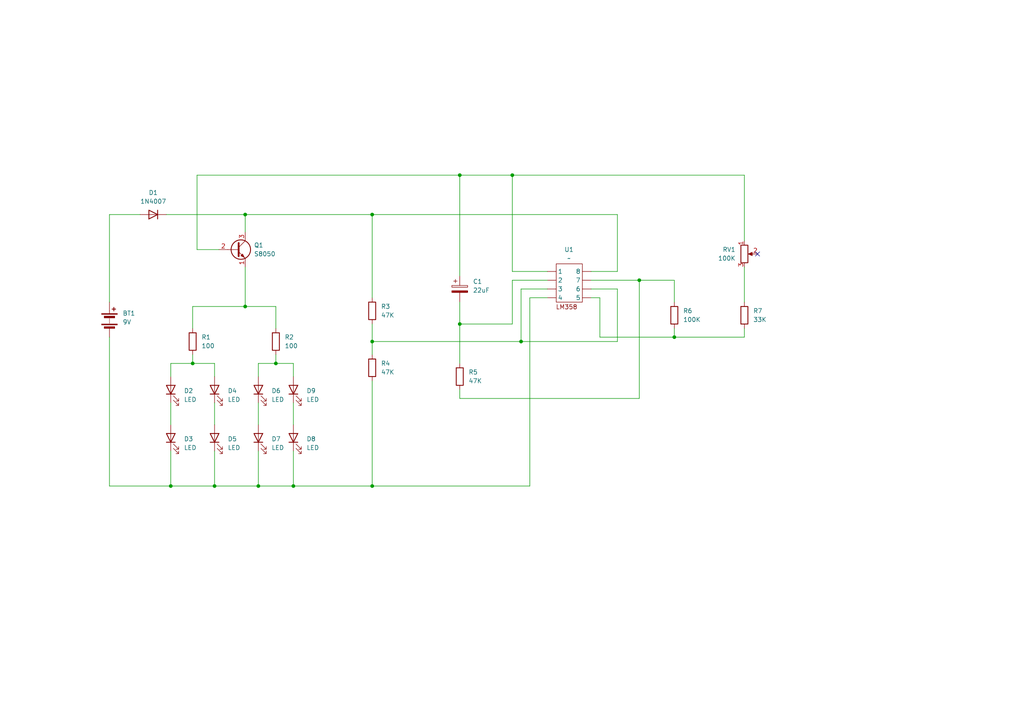
<source format=kicad_sch>
(kicad_sch
	(version 20250114)
	(generator "eeschema")
	(generator_version "9.0")
	(uuid "70b980e7-f830-4a39-90da-4196e923fb97")
	(paper "A4")
	(lib_symbols
		(symbol "Device:Battery"
			(pin_numbers
				(hide yes)
			)
			(pin_names
				(offset 0)
				(hide yes)
			)
			(exclude_from_sim no)
			(in_bom yes)
			(on_board yes)
			(property "Reference" "BT"
				(at 2.54 2.54 0)
				(effects
					(font
						(size 1.27 1.27)
					)
					(justify left)
				)
			)
			(property "Value" "Battery"
				(at 2.54 0 0)
				(effects
					(font
						(size 1.27 1.27)
					)
					(justify left)
				)
			)
			(property "Footprint" ""
				(at 0 1.524 90)
				(effects
					(font
						(size 1.27 1.27)
					)
					(hide yes)
				)
			)
			(property "Datasheet" "~"
				(at 0 1.524 90)
				(effects
					(font
						(size 1.27 1.27)
					)
					(hide yes)
				)
			)
			(property "Description" "Multiple-cell battery"
				(at 0 0 0)
				(effects
					(font
						(size 1.27 1.27)
					)
					(hide yes)
				)
			)
			(property "ki_keywords" "batt voltage-source cell"
				(at 0 0 0)
				(effects
					(font
						(size 1.27 1.27)
					)
					(hide yes)
				)
			)
			(symbol "Battery_0_1"
				(rectangle
					(start -2.286 1.778)
					(end 2.286 1.524)
					(stroke
						(width 0)
						(type default)
					)
					(fill
						(type outline)
					)
				)
				(rectangle
					(start -2.286 -1.27)
					(end 2.286 -1.524)
					(stroke
						(width 0)
						(type default)
					)
					(fill
						(type outline)
					)
				)
				(rectangle
					(start -1.524 1.016)
					(end 1.524 0.508)
					(stroke
						(width 0)
						(type default)
					)
					(fill
						(type outline)
					)
				)
				(rectangle
					(start -1.524 -2.032)
					(end 1.524 -2.54)
					(stroke
						(width 0)
						(type default)
					)
					(fill
						(type outline)
					)
				)
				(polyline
					(pts
						(xy 0 1.778) (xy 0 2.54)
					)
					(stroke
						(width 0)
						(type default)
					)
					(fill
						(type none)
					)
				)
				(polyline
					(pts
						(xy 0 0) (xy 0 0.254)
					)
					(stroke
						(width 0)
						(type default)
					)
					(fill
						(type none)
					)
				)
				(polyline
					(pts
						(xy 0 -0.508) (xy 0 -0.254)
					)
					(stroke
						(width 0)
						(type default)
					)
					(fill
						(type none)
					)
				)
				(polyline
					(pts
						(xy 0 -1.016) (xy 0 -0.762)
					)
					(stroke
						(width 0)
						(type default)
					)
					(fill
						(type none)
					)
				)
				(polyline
					(pts
						(xy 0.762 3.048) (xy 1.778 3.048)
					)
					(stroke
						(width 0.254)
						(type default)
					)
					(fill
						(type none)
					)
				)
				(polyline
					(pts
						(xy 1.27 3.556) (xy 1.27 2.54)
					)
					(stroke
						(width 0.254)
						(type default)
					)
					(fill
						(type none)
					)
				)
			)
			(symbol "Battery_1_1"
				(pin passive line
					(at 0 5.08 270)
					(length 2.54)
					(name "+"
						(effects
							(font
								(size 1.27 1.27)
							)
						)
					)
					(number "1"
						(effects
							(font
								(size 1.27 1.27)
							)
						)
					)
				)
				(pin passive line
					(at 0 -5.08 90)
					(length 2.54)
					(name "-"
						(effects
							(font
								(size 1.27 1.27)
							)
						)
					)
					(number "2"
						(effects
							(font
								(size 1.27 1.27)
							)
						)
					)
				)
			)
			(embedded_fonts no)
		)
		(symbol "Device:C_Polarized"
			(pin_numbers
				(hide yes)
			)
			(pin_names
				(offset 0.254)
			)
			(exclude_from_sim no)
			(in_bom yes)
			(on_board yes)
			(property "Reference" "C"
				(at 0.635 2.54 0)
				(effects
					(font
						(size 1.27 1.27)
					)
					(justify left)
				)
			)
			(property "Value" "C_Polarized"
				(at 0.635 -2.54 0)
				(effects
					(font
						(size 1.27 1.27)
					)
					(justify left)
				)
			)
			(property "Footprint" ""
				(at 0.9652 -3.81 0)
				(effects
					(font
						(size 1.27 1.27)
					)
					(hide yes)
				)
			)
			(property "Datasheet" "~"
				(at 0 0 0)
				(effects
					(font
						(size 1.27 1.27)
					)
					(hide yes)
				)
			)
			(property "Description" "Polarized capacitor"
				(at 0 0 0)
				(effects
					(font
						(size 1.27 1.27)
					)
					(hide yes)
				)
			)
			(property "ki_keywords" "cap capacitor"
				(at 0 0 0)
				(effects
					(font
						(size 1.27 1.27)
					)
					(hide yes)
				)
			)
			(property "ki_fp_filters" "CP_*"
				(at 0 0 0)
				(effects
					(font
						(size 1.27 1.27)
					)
					(hide yes)
				)
			)
			(symbol "C_Polarized_0_1"
				(rectangle
					(start -2.286 0.508)
					(end 2.286 1.016)
					(stroke
						(width 0)
						(type default)
					)
					(fill
						(type none)
					)
				)
				(polyline
					(pts
						(xy -1.778 2.286) (xy -0.762 2.286)
					)
					(stroke
						(width 0)
						(type default)
					)
					(fill
						(type none)
					)
				)
				(polyline
					(pts
						(xy -1.27 2.794) (xy -1.27 1.778)
					)
					(stroke
						(width 0)
						(type default)
					)
					(fill
						(type none)
					)
				)
				(rectangle
					(start 2.286 -0.508)
					(end -2.286 -1.016)
					(stroke
						(width 0)
						(type default)
					)
					(fill
						(type outline)
					)
				)
			)
			(symbol "C_Polarized_1_1"
				(pin passive line
					(at 0 3.81 270)
					(length 2.794)
					(name "~"
						(effects
							(font
								(size 1.27 1.27)
							)
						)
					)
					(number "1"
						(effects
							(font
								(size 1.27 1.27)
							)
						)
					)
				)
				(pin passive line
					(at 0 -3.81 90)
					(length 2.794)
					(name "~"
						(effects
							(font
								(size 1.27 1.27)
							)
						)
					)
					(number "2"
						(effects
							(font
								(size 1.27 1.27)
							)
						)
					)
				)
			)
			(embedded_fonts no)
		)
		(symbol "Device:LED"
			(pin_numbers
				(hide yes)
			)
			(pin_names
				(offset 1.016)
				(hide yes)
			)
			(exclude_from_sim no)
			(in_bom yes)
			(on_board yes)
			(property "Reference" "D"
				(at 0 2.54 0)
				(effects
					(font
						(size 1.27 1.27)
					)
				)
			)
			(property "Value" "LED"
				(at 0 -2.54 0)
				(effects
					(font
						(size 1.27 1.27)
					)
				)
			)
			(property "Footprint" ""
				(at 0 0 0)
				(effects
					(font
						(size 1.27 1.27)
					)
					(hide yes)
				)
			)
			(property "Datasheet" "~"
				(at 0 0 0)
				(effects
					(font
						(size 1.27 1.27)
					)
					(hide yes)
				)
			)
			(property "Description" "Light emitting diode"
				(at 0 0 0)
				(effects
					(font
						(size 1.27 1.27)
					)
					(hide yes)
				)
			)
			(property "Sim.Pins" "1=K 2=A"
				(at 0 0 0)
				(effects
					(font
						(size 1.27 1.27)
					)
					(hide yes)
				)
			)
			(property "ki_keywords" "LED diode"
				(at 0 0 0)
				(effects
					(font
						(size 1.27 1.27)
					)
					(hide yes)
				)
			)
			(property "ki_fp_filters" "LED* LED_SMD:* LED_THT:*"
				(at 0 0 0)
				(effects
					(font
						(size 1.27 1.27)
					)
					(hide yes)
				)
			)
			(symbol "LED_0_1"
				(polyline
					(pts
						(xy -3.048 -0.762) (xy -4.572 -2.286) (xy -3.81 -2.286) (xy -4.572 -2.286) (xy -4.572 -1.524)
					)
					(stroke
						(width 0)
						(type default)
					)
					(fill
						(type none)
					)
				)
				(polyline
					(pts
						(xy -1.778 -0.762) (xy -3.302 -2.286) (xy -2.54 -2.286) (xy -3.302 -2.286) (xy -3.302 -1.524)
					)
					(stroke
						(width 0)
						(type default)
					)
					(fill
						(type none)
					)
				)
				(polyline
					(pts
						(xy -1.27 0) (xy 1.27 0)
					)
					(stroke
						(width 0)
						(type default)
					)
					(fill
						(type none)
					)
				)
				(polyline
					(pts
						(xy -1.27 -1.27) (xy -1.27 1.27)
					)
					(stroke
						(width 0.254)
						(type default)
					)
					(fill
						(type none)
					)
				)
				(polyline
					(pts
						(xy 1.27 -1.27) (xy 1.27 1.27) (xy -1.27 0) (xy 1.27 -1.27)
					)
					(stroke
						(width 0.254)
						(type default)
					)
					(fill
						(type none)
					)
				)
			)
			(symbol "LED_1_1"
				(pin passive line
					(at -3.81 0 0)
					(length 2.54)
					(name "K"
						(effects
							(font
								(size 1.27 1.27)
							)
						)
					)
					(number "1"
						(effects
							(font
								(size 1.27 1.27)
							)
						)
					)
				)
				(pin passive line
					(at 3.81 0 180)
					(length 2.54)
					(name "A"
						(effects
							(font
								(size 1.27 1.27)
							)
						)
					)
					(number "2"
						(effects
							(font
								(size 1.27 1.27)
							)
						)
					)
				)
			)
			(embedded_fonts no)
		)
		(symbol "Device:R"
			(pin_numbers
				(hide yes)
			)
			(pin_names
				(offset 0)
			)
			(exclude_from_sim no)
			(in_bom yes)
			(on_board yes)
			(property "Reference" "R"
				(at 2.032 0 90)
				(effects
					(font
						(size 1.27 1.27)
					)
				)
			)
			(property "Value" "R"
				(at 0 0 90)
				(effects
					(font
						(size 1.27 1.27)
					)
				)
			)
			(property "Footprint" ""
				(at -1.778 0 90)
				(effects
					(font
						(size 1.27 1.27)
					)
					(hide yes)
				)
			)
			(property "Datasheet" "~"
				(at 0 0 0)
				(effects
					(font
						(size 1.27 1.27)
					)
					(hide yes)
				)
			)
			(property "Description" "Resistor"
				(at 0 0 0)
				(effects
					(font
						(size 1.27 1.27)
					)
					(hide yes)
				)
			)
			(property "ki_keywords" "R res resistor"
				(at 0 0 0)
				(effects
					(font
						(size 1.27 1.27)
					)
					(hide yes)
				)
			)
			(property "ki_fp_filters" "R_*"
				(at 0 0 0)
				(effects
					(font
						(size 1.27 1.27)
					)
					(hide yes)
				)
			)
			(symbol "R_0_1"
				(rectangle
					(start -1.016 -2.54)
					(end 1.016 2.54)
					(stroke
						(width 0.254)
						(type default)
					)
					(fill
						(type none)
					)
				)
			)
			(symbol "R_1_1"
				(pin passive line
					(at 0 3.81 270)
					(length 1.27)
					(name "~"
						(effects
							(font
								(size 1.27 1.27)
							)
						)
					)
					(number "1"
						(effects
							(font
								(size 1.27 1.27)
							)
						)
					)
				)
				(pin passive line
					(at 0 -3.81 90)
					(length 1.27)
					(name "~"
						(effects
							(font
								(size 1.27 1.27)
							)
						)
					)
					(number "2"
						(effects
							(font
								(size 1.27 1.27)
							)
						)
					)
				)
			)
			(embedded_fonts no)
		)
		(symbol "Device:R_Potentiometer"
			(pin_names
				(offset 1.016)
				(hide yes)
			)
			(exclude_from_sim no)
			(in_bom yes)
			(on_board yes)
			(property "Reference" "RV"
				(at -4.445 0 90)
				(effects
					(font
						(size 1.27 1.27)
					)
				)
			)
			(property "Value" "R_Potentiometer"
				(at -2.54 0 90)
				(effects
					(font
						(size 1.27 1.27)
					)
				)
			)
			(property "Footprint" ""
				(at 0 0 0)
				(effects
					(font
						(size 1.27 1.27)
					)
					(hide yes)
				)
			)
			(property "Datasheet" "~"
				(at 0 0 0)
				(effects
					(font
						(size 1.27 1.27)
					)
					(hide yes)
				)
			)
			(property "Description" "Potentiometer"
				(at 0 0 0)
				(effects
					(font
						(size 1.27 1.27)
					)
					(hide yes)
				)
			)
			(property "ki_keywords" "resistor variable"
				(at 0 0 0)
				(effects
					(font
						(size 1.27 1.27)
					)
					(hide yes)
				)
			)
			(property "ki_fp_filters" "Potentiometer*"
				(at 0 0 0)
				(effects
					(font
						(size 1.27 1.27)
					)
					(hide yes)
				)
			)
			(symbol "R_Potentiometer_0_1"
				(rectangle
					(start 1.016 2.54)
					(end -1.016 -2.54)
					(stroke
						(width 0.254)
						(type default)
					)
					(fill
						(type none)
					)
				)
				(polyline
					(pts
						(xy 1.143 0) (xy 2.286 0.508) (xy 2.286 -0.508) (xy 1.143 0)
					)
					(stroke
						(width 0)
						(type default)
					)
					(fill
						(type outline)
					)
				)
				(polyline
					(pts
						(xy 2.54 0) (xy 1.524 0)
					)
					(stroke
						(width 0)
						(type default)
					)
					(fill
						(type none)
					)
				)
			)
			(symbol "R_Potentiometer_1_1"
				(pin passive line
					(at 0 3.81 270)
					(length 1.27)
					(name "1"
						(effects
							(font
								(size 1.27 1.27)
							)
						)
					)
					(number "1"
						(effects
							(font
								(size 1.27 1.27)
							)
						)
					)
				)
				(pin passive line
					(at 0 -3.81 90)
					(length 1.27)
					(name "3"
						(effects
							(font
								(size 1.27 1.27)
							)
						)
					)
					(number "3"
						(effects
							(font
								(size 1.27 1.27)
							)
						)
					)
				)
				(pin passive line
					(at 3.81 0 180)
					(length 1.27)
					(name "2"
						(effects
							(font
								(size 1.27 1.27)
							)
						)
					)
					(number "2"
						(effects
							(font
								(size 1.27 1.27)
							)
						)
					)
				)
			)
			(embedded_fonts no)
		)
		(symbol "Diode:1N4007"
			(pin_numbers
				(hide yes)
			)
			(pin_names
				(hide yes)
			)
			(exclude_from_sim no)
			(in_bom yes)
			(on_board yes)
			(property "Reference" "D"
				(at 0 2.54 0)
				(effects
					(font
						(size 1.27 1.27)
					)
				)
			)
			(property "Value" "1N4007"
				(at 0 -2.54 0)
				(effects
					(font
						(size 1.27 1.27)
					)
				)
			)
			(property "Footprint" "Diode_THT:D_DO-41_SOD81_P10.16mm_Horizontal"
				(at 0 -4.445 0)
				(effects
					(font
						(size 1.27 1.27)
					)
					(hide yes)
				)
			)
			(property "Datasheet" "http://www.vishay.com/docs/88503/1n4001.pdf"
				(at 0 0 0)
				(effects
					(font
						(size 1.27 1.27)
					)
					(hide yes)
				)
			)
			(property "Description" "1000V 1A General Purpose Rectifier Diode, DO-41"
				(at 0 0 0)
				(effects
					(font
						(size 1.27 1.27)
					)
					(hide yes)
				)
			)
			(property "Sim.Device" "D"
				(at 0 0 0)
				(effects
					(font
						(size 1.27 1.27)
					)
					(hide yes)
				)
			)
			(property "Sim.Pins" "1=K 2=A"
				(at 0 0 0)
				(effects
					(font
						(size 1.27 1.27)
					)
					(hide yes)
				)
			)
			(property "ki_keywords" "diode"
				(at 0 0 0)
				(effects
					(font
						(size 1.27 1.27)
					)
					(hide yes)
				)
			)
			(property "ki_fp_filters" "D*DO?41*"
				(at 0 0 0)
				(effects
					(font
						(size 1.27 1.27)
					)
					(hide yes)
				)
			)
			(symbol "1N4007_0_1"
				(polyline
					(pts
						(xy -1.27 1.27) (xy -1.27 -1.27)
					)
					(stroke
						(width 0.254)
						(type default)
					)
					(fill
						(type none)
					)
				)
				(polyline
					(pts
						(xy 1.27 1.27) (xy 1.27 -1.27) (xy -1.27 0) (xy 1.27 1.27)
					)
					(stroke
						(width 0.254)
						(type default)
					)
					(fill
						(type none)
					)
				)
				(polyline
					(pts
						(xy 1.27 0) (xy -1.27 0)
					)
					(stroke
						(width 0)
						(type default)
					)
					(fill
						(type none)
					)
				)
			)
			(symbol "1N4007_1_1"
				(pin passive line
					(at -3.81 0 0)
					(length 2.54)
					(name "K"
						(effects
							(font
								(size 1.27 1.27)
							)
						)
					)
					(number "1"
						(effects
							(font
								(size 1.27 1.27)
							)
						)
					)
				)
				(pin passive line
					(at 3.81 0 180)
					(length 2.54)
					(name "A"
						(effects
							(font
								(size 1.27 1.27)
							)
						)
					)
					(number "2"
						(effects
							(font
								(size 1.27 1.27)
							)
						)
					)
				)
			)
			(embedded_fonts no)
		)
		(symbol "Transistor_BJT:S8050"
			(pin_names
				(offset 0)
				(hide yes)
			)
			(exclude_from_sim no)
			(in_bom yes)
			(on_board yes)
			(property "Reference" "Q"
				(at 5.08 1.905 0)
				(effects
					(font
						(size 1.27 1.27)
					)
					(justify left)
				)
			)
			(property "Value" "S8050"
				(at 5.08 0 0)
				(effects
					(font
						(size 1.27 1.27)
					)
					(justify left)
				)
			)
			(property "Footprint" "Package_TO_SOT_THT:TO-92_Inline"
				(at 5.08 -1.905 0)
				(effects
					(font
						(size 1.27 1.27)
						(italic yes)
					)
					(justify left)
					(hide yes)
				)
			)
			(property "Datasheet" "http://www.unisonic.com.tw/datasheet/S8050.pdf"
				(at 0 0 0)
				(effects
					(font
						(size 1.27 1.27)
					)
					(justify left)
					(hide yes)
				)
			)
			(property "Description" "0.7A Ic, 20V Vce, Low Voltage High Current NPN Transistor, TO-92"
				(at 0 0 0)
				(effects
					(font
						(size 1.27 1.27)
					)
					(hide yes)
				)
			)
			(property "ki_keywords" "S8050 NPN Low Voltage High Current Transistor"
				(at 0 0 0)
				(effects
					(font
						(size 1.27 1.27)
					)
					(hide yes)
				)
			)
			(property "ki_fp_filters" "TO?92*"
				(at 0 0 0)
				(effects
					(font
						(size 1.27 1.27)
					)
					(hide yes)
				)
			)
			(symbol "S8050_0_1"
				(polyline
					(pts
						(xy -2.54 0) (xy 0.635 0)
					)
					(stroke
						(width 0)
						(type default)
					)
					(fill
						(type none)
					)
				)
				(polyline
					(pts
						(xy 0.635 1.905) (xy 0.635 -1.905)
					)
					(stroke
						(width 0.508)
						(type default)
					)
					(fill
						(type none)
					)
				)
				(circle
					(center 1.27 0)
					(radius 2.8194)
					(stroke
						(width 0.254)
						(type default)
					)
					(fill
						(type none)
					)
				)
			)
			(symbol "S8050_1_1"
				(polyline
					(pts
						(xy 0.635 0.635) (xy 2.54 2.54)
					)
					(stroke
						(width 0)
						(type default)
					)
					(fill
						(type none)
					)
				)
				(polyline
					(pts
						(xy 0.635 -0.635) (xy 2.54 -2.54)
					)
					(stroke
						(width 0)
						(type default)
					)
					(fill
						(type none)
					)
				)
				(polyline
					(pts
						(xy 1.27 -1.778) (xy 1.778 -1.27) (xy 2.286 -2.286) (xy 1.27 -1.778)
					)
					(stroke
						(width 0)
						(type default)
					)
					(fill
						(type outline)
					)
				)
				(pin input line
					(at -5.08 0 0)
					(length 2.54)
					(name "B"
						(effects
							(font
								(size 1.27 1.27)
							)
						)
					)
					(number "2"
						(effects
							(font
								(size 1.27 1.27)
							)
						)
					)
				)
				(pin passive line
					(at 2.54 5.08 270)
					(length 2.54)
					(name "C"
						(effects
							(font
								(size 1.27 1.27)
							)
						)
					)
					(number "3"
						(effects
							(font
								(size 1.27 1.27)
							)
						)
					)
				)
				(pin passive line
					(at 2.54 -5.08 90)
					(length 2.54)
					(name "E"
						(effects
							(font
								(size 1.27 1.27)
							)
						)
					)
					(number "1"
						(effects
							(font
								(size 1.27 1.27)
							)
						)
					)
				)
			)
			(embedded_fonts no)
		)
		(symbol "missimbolos:lm358"
			(exclude_from_sim no)
			(in_bom yes)
			(on_board yes)
			(property "Reference" "U"
				(at 3.088 1.4145 0)
				(effects
					(font
						(size 1.27 1.27)
					)
				)
			)
			(property "Value" ""
				(at 0 0 0)
				(effects
					(font
						(size 1.27 1.27)
					)
				)
			)
			(property "Footprint" ""
				(at 0 0 0)
				(effects
					(font
						(size 1.27 1.27)
					)
					(hide yes)
				)
			)
			(property "Datasheet" ""
				(at 0 0 0)
				(effects
					(font
						(size 1.27 1.27)
					)
					(hide yes)
				)
			)
			(property "Description" ""
				(at 0 0 0)
				(effects
					(font
						(size 1.27 1.27)
					)
					(hide yes)
				)
			)
			(symbol "lm358_0_1"
				(rectangle
					(start 2.5734 -0.3222)
					(end 10.16 -11.43)
					(stroke
						(width 0)
						(type default)
					)
					(fill
						(type none)
					)
				)
			)
			(symbol "lm358_1_1"
				(text "LM358"
					(at 5.5967 -12.8334 0)
					(effects
						(font
							(size 1.27 1.27)
						)
					)
				)
				(pin bidirectional line
					(at 0 -2.54 0)
					(length 2.54)
					(name "1"
						(effects
							(font
								(size 1.27 1.27)
							)
						)
					)
					(number ""
						(effects
							(font
								(size 1.27 1.27)
							)
						)
					)
				)
				(pin bidirectional line
					(at 0 -5.08 0)
					(length 2.54)
					(name "2"
						(effects
							(font
								(size 1.27 1.27)
							)
						)
					)
					(number ""
						(effects
							(font
								(size 1.27 1.27)
							)
						)
					)
				)
				(pin bidirectional line
					(at 0 -7.62 0)
					(length 2.54)
					(name "3"
						(effects
							(font
								(size 1.27 1.27)
							)
						)
					)
					(number ""
						(effects
							(font
								(size 1.27 1.27)
							)
						)
					)
				)
				(pin bidirectional line
					(at 0 -10.16 0)
					(length 2.54)
					(name "4"
						(effects
							(font
								(size 1.27 1.27)
							)
						)
					)
					(number ""
						(effects
							(font
								(size 1.27 1.27)
							)
						)
					)
				)
				(pin bidirectional line
					(at 12.7 -2.54 180)
					(length 2.54)
					(name "8"
						(effects
							(font
								(size 1.27 1.27)
							)
						)
					)
					(number ""
						(effects
							(font
								(size 1.27 1.27)
							)
						)
					)
				)
				(pin bidirectional line
					(at 12.7 -5.08 180)
					(length 2.54)
					(name "7"
						(effects
							(font
								(size 1.27 1.27)
							)
						)
					)
					(number ""
						(effects
							(font
								(size 1.27 1.27)
							)
						)
					)
				)
				(pin bidirectional line
					(at 12.7 -7.62 180)
					(length 2.54)
					(name "6"
						(effects
							(font
								(size 1.27 1.27)
							)
						)
					)
					(number ""
						(effects
							(font
								(size 1.27 1.27)
							)
						)
					)
				)
				(pin bidirectional line
					(at 12.7 -10.16 180)
					(length 2.54)
					(name "5"
						(effects
							(font
								(size 1.27 1.27)
							)
						)
					)
					(number ""
						(effects
							(font
								(size 1.27 1.27)
							)
						)
					)
				)
			)
			(embedded_fonts no)
		)
	)
	(junction
		(at 74.93 140.97)
		(diameter 0)
		(color 0 0 0 0)
		(uuid "1b62c9e5-5521-47e3-8956-d76fe131347e")
	)
	(junction
		(at 49.53 140.97)
		(diameter 0)
		(color 0 0 0 0)
		(uuid "1d13339d-1301-453a-bf49-8947fcfa6beb")
	)
	(junction
		(at 151.13 99.06)
		(diameter 0)
		(color 0 0 0 0)
		(uuid "3e82fac4-ff06-49df-b5f8-7d170eb444df")
	)
	(junction
		(at 107.95 99.06)
		(diameter 0)
		(color 0 0 0 0)
		(uuid "46f0f40f-93e2-4938-a888-9504412f7fda")
	)
	(junction
		(at 195.58 97.79)
		(diameter 0)
		(color 0 0 0 0)
		(uuid "6087a36f-66d6-4e90-b278-3d3602de69ba")
	)
	(junction
		(at 107.95 140.97)
		(diameter 0)
		(color 0 0 0 0)
		(uuid "672bca33-4872-408d-b6e3-0aeb69ef130d")
	)
	(junction
		(at 185.42 81.28)
		(diameter 0)
		(color 0 0 0 0)
		(uuid "885ee073-4787-45f8-a72d-f442aa35226c")
	)
	(junction
		(at 148.59 50.8)
		(diameter 0)
		(color 0 0 0 0)
		(uuid "9a7472f4-9d08-4e83-8526-89579b2bc27a")
	)
	(junction
		(at 80.01 105.41)
		(diameter 0)
		(color 0 0 0 0)
		(uuid "a5aac610-682c-4cdc-b163-2902921a91a8")
	)
	(junction
		(at 62.23 140.97)
		(diameter 0)
		(color 0 0 0 0)
		(uuid "b1e7224b-4355-4c36-9d0c-41e1352820e6")
	)
	(junction
		(at 85.09 140.97)
		(diameter 0)
		(color 0 0 0 0)
		(uuid "b5ee50ad-36a3-4466-a886-e2116618f543")
	)
	(junction
		(at 71.12 88.9)
		(diameter 0)
		(color 0 0 0 0)
		(uuid "c4a23eaf-ffd1-410b-baa9-20799a8f9803")
	)
	(junction
		(at 133.35 50.8)
		(diameter 0)
		(color 0 0 0 0)
		(uuid "c7bbbe42-79e3-4098-8fea-73ce723be24e")
	)
	(junction
		(at 71.12 62.23)
		(diameter 0)
		(color 0 0 0 0)
		(uuid "d3b3d6bd-a5c4-4b31-a11b-8b0e37846b4a")
	)
	(junction
		(at 55.88 105.41)
		(diameter 0)
		(color 0 0 0 0)
		(uuid "da07c464-20e7-44e9-8050-9a1167a7d8a2")
	)
	(junction
		(at 133.35 93.98)
		(diameter 0)
		(color 0 0 0 0)
		(uuid "f0353a88-c017-4b61-9115-fb0503c9498e")
	)
	(junction
		(at 107.95 62.23)
		(diameter 0)
		(color 0 0 0 0)
		(uuid "f4695ff6-25dd-4739-83d8-48c76f665632")
	)
	(no_connect
		(at 219.71 73.66)
		(uuid "28352de4-7cad-4b20-be3a-5a5b669a868f")
	)
	(wire
		(pts
			(xy 62.23 116.84) (xy 62.23 123.19)
		)
		(stroke
			(width 0)
			(type default)
		)
		(uuid "00eff8f1-dd4f-4039-a24d-edfe87120920")
	)
	(wire
		(pts
			(xy 195.58 97.79) (xy 215.9 97.79)
		)
		(stroke
			(width 0)
			(type default)
		)
		(uuid "05c23bdb-76e5-45c5-8b2b-907b159b2b90")
	)
	(wire
		(pts
			(xy 158.75 86.36) (xy 153.67 86.36)
		)
		(stroke
			(width 0)
			(type default)
		)
		(uuid "087e32df-b614-464e-9aac-99dba4a76e6c")
	)
	(wire
		(pts
			(xy 179.07 78.74) (xy 171.45 78.74)
		)
		(stroke
			(width 0)
			(type default)
		)
		(uuid "09a1005d-f005-44dd-88b7-eecdd8fe1798")
	)
	(wire
		(pts
			(xy 148.59 50.8) (xy 215.9 50.8)
		)
		(stroke
			(width 0)
			(type default)
		)
		(uuid "09e56628-cba6-4ac4-85db-7f19363779c6")
	)
	(wire
		(pts
			(xy 62.23 140.97) (xy 74.93 140.97)
		)
		(stroke
			(width 0)
			(type default)
		)
		(uuid "0a02618d-2183-46aa-8d11-3db7db069589")
	)
	(wire
		(pts
			(xy 80.01 88.9) (xy 80.01 95.25)
		)
		(stroke
			(width 0)
			(type default)
		)
		(uuid "0daa2d66-7404-4697-b9dd-74c66b820402")
	)
	(wire
		(pts
			(xy 49.53 105.41) (xy 55.88 105.41)
		)
		(stroke
			(width 0)
			(type default)
		)
		(uuid "0e935b18-aab6-4172-9375-2936c850e6d0")
	)
	(wire
		(pts
			(xy 107.95 110.49) (xy 107.95 140.97)
		)
		(stroke
			(width 0)
			(type default)
		)
		(uuid "101dd7cf-0415-4515-8e3f-31fe09e3c85c")
	)
	(wire
		(pts
			(xy 74.93 105.41) (xy 80.01 105.41)
		)
		(stroke
			(width 0)
			(type default)
		)
		(uuid "11c2903d-b41d-479d-9f2e-37983aa928cf")
	)
	(wire
		(pts
			(xy 62.23 105.41) (xy 62.23 109.22)
		)
		(stroke
			(width 0)
			(type default)
		)
		(uuid "1272bad1-d878-4767-b0bb-9cadc7bc8603")
	)
	(wire
		(pts
			(xy 48.26 62.23) (xy 71.12 62.23)
		)
		(stroke
			(width 0)
			(type default)
		)
		(uuid "1a9a8511-eff6-4f6c-91b0-9a180a9f8132")
	)
	(wire
		(pts
			(xy 107.95 62.23) (xy 179.07 62.23)
		)
		(stroke
			(width 0)
			(type default)
		)
		(uuid "25165290-20ae-4d91-81a1-ef01eb958a35")
	)
	(wire
		(pts
			(xy 173.99 97.79) (xy 173.99 86.36)
		)
		(stroke
			(width 0)
			(type default)
		)
		(uuid "27db98c2-d3b9-4eac-b2d2-2cb47adc5122")
	)
	(wire
		(pts
			(xy 179.07 83.82) (xy 171.45 83.82)
		)
		(stroke
			(width 0)
			(type default)
		)
		(uuid "29638c5e-e964-4151-b1bc-9d59cf3bba45")
	)
	(wire
		(pts
			(xy 71.12 62.23) (xy 71.12 67.31)
		)
		(stroke
			(width 0)
			(type default)
		)
		(uuid "2ca0e41c-ba82-48c9-a036-514974822310")
	)
	(wire
		(pts
			(xy 31.75 62.23) (xy 40.64 62.23)
		)
		(stroke
			(width 0)
			(type default)
		)
		(uuid "317663c1-99c5-4dd4-a09b-c69f80afb768")
	)
	(wire
		(pts
			(xy 195.58 81.28) (xy 195.58 87.63)
		)
		(stroke
			(width 0)
			(type default)
		)
		(uuid "346f2d25-2443-482e-872f-03d91ce17579")
	)
	(wire
		(pts
			(xy 179.07 99.06) (xy 179.07 83.82)
		)
		(stroke
			(width 0)
			(type default)
		)
		(uuid "35417cda-6b91-4e65-8ec6-3d10fd329fae")
	)
	(wire
		(pts
			(xy 151.13 83.82) (xy 151.13 99.06)
		)
		(stroke
			(width 0)
			(type default)
		)
		(uuid "35f121b5-feb4-4478-a50f-f1cdab923e7b")
	)
	(wire
		(pts
			(xy 49.53 116.84) (xy 49.53 123.19)
		)
		(stroke
			(width 0)
			(type default)
		)
		(uuid "454976b7-ff22-4008-a135-bbcb0f203d2e")
	)
	(wire
		(pts
			(xy 31.75 87.63) (xy 31.75 62.23)
		)
		(stroke
			(width 0)
			(type default)
		)
		(uuid "45dafb85-1aaf-4c44-975e-1729fa930cc7")
	)
	(wire
		(pts
			(xy 151.13 99.06) (xy 179.07 99.06)
		)
		(stroke
			(width 0)
			(type default)
		)
		(uuid "4b6e2a26-4652-473a-8c27-1d2925127c0b")
	)
	(wire
		(pts
			(xy 215.9 97.79) (xy 215.9 95.25)
		)
		(stroke
			(width 0)
			(type default)
		)
		(uuid "4da41b51-0b21-4440-a6b9-dcdb550020a5")
	)
	(wire
		(pts
			(xy 133.35 93.98) (xy 133.35 105.41)
		)
		(stroke
			(width 0)
			(type default)
		)
		(uuid "4eeec756-570b-44d3-9f07-7e359be6ca81")
	)
	(wire
		(pts
			(xy 148.59 81.28) (xy 148.59 93.98)
		)
		(stroke
			(width 0)
			(type default)
		)
		(uuid "4fd5dbd5-6ca9-4c63-9688-7edb25918428")
	)
	(wire
		(pts
			(xy 107.95 99.06) (xy 107.95 102.87)
		)
		(stroke
			(width 0)
			(type default)
		)
		(uuid "518dcbae-b497-43d0-91e8-ef437e62b532")
	)
	(wire
		(pts
			(xy 55.88 102.87) (xy 55.88 105.41)
		)
		(stroke
			(width 0)
			(type default)
		)
		(uuid "52090ed0-1b66-4186-92f4-3460e69c2d8e")
	)
	(wire
		(pts
			(xy 71.12 88.9) (xy 80.01 88.9)
		)
		(stroke
			(width 0)
			(type default)
		)
		(uuid "543487b4-ed0e-4d44-a449-aafd8594be11")
	)
	(wire
		(pts
			(xy 62.23 130.81) (xy 62.23 140.97)
		)
		(stroke
			(width 0)
			(type default)
		)
		(uuid "54dc4d0e-6ac3-4a8c-ae74-f105a4c5bd4c")
	)
	(wire
		(pts
			(xy 63.5 72.39) (xy 57.15 72.39)
		)
		(stroke
			(width 0)
			(type default)
		)
		(uuid "554df9e0-39fa-4cf4-9a5b-a4dfcacd9b9c")
	)
	(wire
		(pts
			(xy 185.42 81.28) (xy 171.45 81.28)
		)
		(stroke
			(width 0)
			(type default)
		)
		(uuid "57cecabc-c77a-41ed-8118-b1a5465741a5")
	)
	(wire
		(pts
			(xy 85.09 130.81) (xy 85.09 140.97)
		)
		(stroke
			(width 0)
			(type default)
		)
		(uuid "5f4c6e6b-2e61-4d04-beb4-fcac6363c056")
	)
	(wire
		(pts
			(xy 71.12 77.47) (xy 71.12 88.9)
		)
		(stroke
			(width 0)
			(type default)
		)
		(uuid "66b37745-805b-4776-ade1-955b20df49ab")
	)
	(wire
		(pts
			(xy 158.75 81.28) (xy 148.59 81.28)
		)
		(stroke
			(width 0)
			(type default)
		)
		(uuid "68bf4845-3e20-4109-bfa3-8f595ec51a19")
	)
	(wire
		(pts
			(xy 195.58 97.79) (xy 173.99 97.79)
		)
		(stroke
			(width 0)
			(type default)
		)
		(uuid "6d0efb98-4451-4c5b-95c7-34c148452de8")
	)
	(wire
		(pts
			(xy 49.53 140.97) (xy 62.23 140.97)
		)
		(stroke
			(width 0)
			(type default)
		)
		(uuid "6e45c6fd-3227-4ba6-aee3-02e1da10059b")
	)
	(wire
		(pts
			(xy 173.99 86.36) (xy 171.45 86.36)
		)
		(stroke
			(width 0)
			(type default)
		)
		(uuid "7084b03e-19ee-4133-a707-9d3f8eca0ce9")
	)
	(wire
		(pts
			(xy 107.95 140.97) (xy 85.09 140.97)
		)
		(stroke
			(width 0)
			(type default)
		)
		(uuid "7a134bcd-5dc4-4f73-af1f-a2feb5805671")
	)
	(wire
		(pts
			(xy 185.42 81.28) (xy 195.58 81.28)
		)
		(stroke
			(width 0)
			(type default)
		)
		(uuid "809306af-76f0-4cbc-ba37-25d4297d6531")
	)
	(wire
		(pts
			(xy 55.88 105.41) (xy 62.23 105.41)
		)
		(stroke
			(width 0)
			(type default)
		)
		(uuid "885cfa4a-f9a4-4ba0-a753-7eb65452ecba")
	)
	(wire
		(pts
			(xy 107.95 62.23) (xy 107.95 86.36)
		)
		(stroke
			(width 0)
			(type default)
		)
		(uuid "8e74dd4b-3a07-4d35-8dc0-cb990a1fe9ce")
	)
	(wire
		(pts
			(xy 71.12 62.23) (xy 107.95 62.23)
		)
		(stroke
			(width 0)
			(type default)
		)
		(uuid "93faab87-e0c3-4a08-8522-d80a53abb123")
	)
	(wire
		(pts
			(xy 153.67 140.97) (xy 107.95 140.97)
		)
		(stroke
			(width 0)
			(type default)
		)
		(uuid "96396ed1-a1a2-407b-96e8-940adeb3c5e3")
	)
	(wire
		(pts
			(xy 74.93 140.97) (xy 85.09 140.97)
		)
		(stroke
			(width 0)
			(type default)
		)
		(uuid "a0359d65-880a-484b-bd7e-97ab3756a134")
	)
	(wire
		(pts
			(xy 148.59 78.74) (xy 148.59 50.8)
		)
		(stroke
			(width 0)
			(type default)
		)
		(uuid "a0519e5d-5c35-4014-b4d1-a68bad8fbead")
	)
	(wire
		(pts
			(xy 31.75 140.97) (xy 49.53 140.97)
		)
		(stroke
			(width 0)
			(type default)
		)
		(uuid "a24adfab-5e39-4086-a5f8-8195d3be0983")
	)
	(wire
		(pts
			(xy 107.95 93.98) (xy 107.95 99.06)
		)
		(stroke
			(width 0)
			(type default)
		)
		(uuid "a3349b9f-05eb-4483-9d4d-bae4148cd182")
	)
	(wire
		(pts
			(xy 133.35 50.8) (xy 148.59 50.8)
		)
		(stroke
			(width 0)
			(type default)
		)
		(uuid "a3e89beb-7cee-4fba-8eac-751266afa68c")
	)
	(wire
		(pts
			(xy 215.9 77.47) (xy 215.9 87.63)
		)
		(stroke
			(width 0)
			(type default)
		)
		(uuid "a469175b-31fc-4856-812b-8fbd3dd9a627")
	)
	(wire
		(pts
			(xy 74.93 109.22) (xy 74.93 105.41)
		)
		(stroke
			(width 0)
			(type default)
		)
		(uuid "a4c9c2f1-bbb9-41a5-92db-8cedf6f69144")
	)
	(wire
		(pts
			(xy 133.35 80.01) (xy 133.35 50.8)
		)
		(stroke
			(width 0)
			(type default)
		)
		(uuid "a616785b-ca02-4b95-871f-8bf40c5fb674")
	)
	(wire
		(pts
			(xy 153.67 86.36) (xy 153.67 140.97)
		)
		(stroke
			(width 0)
			(type default)
		)
		(uuid "aa95ae20-568a-4bed-93bb-728b3bbec4fc")
	)
	(wire
		(pts
			(xy 57.15 50.8) (xy 133.35 50.8)
		)
		(stroke
			(width 0)
			(type default)
		)
		(uuid "b0ba4d67-53b5-4c51-9a04-d425131d77aa")
	)
	(wire
		(pts
			(xy 158.75 78.74) (xy 148.59 78.74)
		)
		(stroke
			(width 0)
			(type default)
		)
		(uuid "b5d098a3-69c8-44c8-b707-e29ec5d1cba6")
	)
	(wire
		(pts
			(xy 57.15 72.39) (xy 57.15 50.8)
		)
		(stroke
			(width 0)
			(type default)
		)
		(uuid "bfae5d6f-bf00-4768-935c-c51ec23377e2")
	)
	(wire
		(pts
			(xy 215.9 50.8) (xy 215.9 69.85)
		)
		(stroke
			(width 0)
			(type default)
		)
		(uuid "c187d6f8-1b5b-47e7-80eb-793355ac5f98")
	)
	(wire
		(pts
			(xy 49.53 109.22) (xy 49.53 105.41)
		)
		(stroke
			(width 0)
			(type default)
		)
		(uuid "c2f68eea-7a26-4d11-8d41-0ad27cfeb7d8")
	)
	(wire
		(pts
			(xy 185.42 115.57) (xy 185.42 81.28)
		)
		(stroke
			(width 0)
			(type default)
		)
		(uuid "c6b44e94-f93f-4677-8dd7-278ef8563a9a")
	)
	(wire
		(pts
			(xy 80.01 105.41) (xy 85.09 105.41)
		)
		(stroke
			(width 0)
			(type default)
		)
		(uuid "d060e6a2-10ce-40b4-a878-e096cc833204")
	)
	(wire
		(pts
			(xy 31.75 97.79) (xy 31.75 140.97)
		)
		(stroke
			(width 0)
			(type default)
		)
		(uuid "d5eb5e3d-18b6-4a7e-97de-4fa753496095")
	)
	(wire
		(pts
			(xy 74.93 130.81) (xy 74.93 140.97)
		)
		(stroke
			(width 0)
			(type default)
		)
		(uuid "d643d7f3-7bc4-45a5-9210-5703c5b4e8c7")
	)
	(wire
		(pts
			(xy 80.01 102.87) (xy 80.01 105.41)
		)
		(stroke
			(width 0)
			(type default)
		)
		(uuid "d8338f84-68e0-4207-a295-bbe8e3e69ffb")
	)
	(wire
		(pts
			(xy 195.58 95.25) (xy 195.58 97.79)
		)
		(stroke
			(width 0)
			(type default)
		)
		(uuid "da2e4729-3e23-4210-a13c-20b065f5175b")
	)
	(wire
		(pts
			(xy 49.53 130.81) (xy 49.53 140.97)
		)
		(stroke
			(width 0)
			(type default)
		)
		(uuid "dad1dca4-db7d-4a6d-8325-139e4ba1a49b")
	)
	(wire
		(pts
			(xy 133.35 115.57) (xy 185.42 115.57)
		)
		(stroke
			(width 0)
			(type default)
		)
		(uuid "db1dd06d-885f-4b27-a745-e384ec7b76ec")
	)
	(wire
		(pts
			(xy 85.09 116.84) (xy 85.09 123.19)
		)
		(stroke
			(width 0)
			(type default)
		)
		(uuid "dd3020fa-4216-4845-a2c4-84ddcbc7d0ca")
	)
	(wire
		(pts
			(xy 85.09 105.41) (xy 85.09 109.22)
		)
		(stroke
			(width 0)
			(type default)
		)
		(uuid "e0171500-c863-41d1-8bdc-40dc6316882e")
	)
	(wire
		(pts
			(xy 133.35 87.63) (xy 133.35 93.98)
		)
		(stroke
			(width 0)
			(type default)
		)
		(uuid "e3704986-ed19-475f-8bc7-f6e09f6cec7e")
	)
	(wire
		(pts
			(xy 148.59 93.98) (xy 133.35 93.98)
		)
		(stroke
			(width 0)
			(type default)
		)
		(uuid "e875c06d-cd46-4da1-abfb-99730b19b44c")
	)
	(wire
		(pts
			(xy 133.35 113.03) (xy 133.35 115.57)
		)
		(stroke
			(width 0)
			(type default)
		)
		(uuid "e9595261-a07c-4095-a9ee-f32e645cbd3b")
	)
	(wire
		(pts
			(xy 55.88 95.25) (xy 55.88 88.9)
		)
		(stroke
			(width 0)
			(type default)
		)
		(uuid "ef28344c-7397-496a-92e4-46102054fb98")
	)
	(wire
		(pts
			(xy 55.88 88.9) (xy 71.12 88.9)
		)
		(stroke
			(width 0)
			(type default)
		)
		(uuid "f16018a9-195e-421b-ac5b-e10ededefab0")
	)
	(wire
		(pts
			(xy 179.07 62.23) (xy 179.07 78.74)
		)
		(stroke
			(width 0)
			(type default)
		)
		(uuid "f3b2daae-40dc-4035-8ed1-4b42ba8aa3e6")
	)
	(wire
		(pts
			(xy 158.75 83.82) (xy 151.13 83.82)
		)
		(stroke
			(width 0)
			(type default)
		)
		(uuid "f451c9dc-b804-4831-9960-dd31980841cb")
	)
	(wire
		(pts
			(xy 107.95 99.06) (xy 151.13 99.06)
		)
		(stroke
			(width 0)
			(type default)
		)
		(uuid "f602f67f-02da-41b9-b55d-a43e0014c8fa")
	)
	(wire
		(pts
			(xy 74.93 116.84) (xy 74.93 123.19)
		)
		(stroke
			(width 0)
			(type default)
		)
		(uuid "f7faa592-669a-4809-a2d2-043f02b78722")
	)
	(symbol
		(lib_id "Device:R_Potentiometer")
		(at 215.9 73.66 0)
		(unit 1)
		(exclude_from_sim no)
		(in_bom yes)
		(on_board yes)
		(dnp no)
		(fields_autoplaced yes)
		(uuid "0327dd7f-0149-4eb1-9b85-724a621735ea")
		(property "Reference" "RV1"
			(at 213.36 72.3899 0)
			(effects
				(font
					(size 1.27 1.27)
				)
				(justify right)
			)
		)
		(property "Value" "100K"
			(at 213.36 74.9299 0)
			(effects
				(font
					(size 1.27 1.27)
				)
				(justify right)
			)
		)
		(property "Footprint" "Potentiometer_THT:Potentiometer_ACP_CA9-V10_Vertical"
			(at 215.9 73.66 0)
			(effects
				(font
					(size 1.27 1.27)
				)
				(hide yes)
			)
		)
		(property "Datasheet" "~"
			(at 215.9 73.66 0)
			(effects
				(font
					(size 1.27 1.27)
				)
				(hide yes)
			)
		)
		(property "Description" "Potentiometer"
			(at 215.9 73.66 0)
			(effects
				(font
					(size 1.27 1.27)
				)
				(hide yes)
			)
		)
		(pin "3"
			(uuid "15019517-1072-4d46-b192-6a380bb95d98")
		)
		(pin "1"
			(uuid "83935b46-85f5-409f-a7f2-b98c0cdbfa5f")
		)
		(pin "2"
			(uuid "128a733c-5ebc-4682-991d-57e00e07cbc0")
		)
		(instances
			(project ""
				(path "/70b980e7-f830-4a39-90da-4196e923fb97"
					(reference "RV1")
					(unit 1)
				)
			)
		)
	)
	(symbol
		(lib_id "Device:LED")
		(at 74.93 127 90)
		(unit 1)
		(exclude_from_sim no)
		(in_bom yes)
		(on_board yes)
		(dnp no)
		(fields_autoplaced yes)
		(uuid "0cb58bc8-f7ac-4b8c-a438-5b2c36c885c1")
		(property "Reference" "D7"
			(at 78.74 127.3174 90)
			(effects
				(font
					(size 1.27 1.27)
				)
				(justify right)
			)
		)
		(property "Value" "LED"
			(at 78.74 129.8574 90)
			(effects
				(font
					(size 1.27 1.27)
				)
				(justify right)
			)
		)
		(property "Footprint" "LED_THT:LED_D5.0mm"
			(at 74.93 127 0)
			(effects
				(font
					(size 1.27 1.27)
				)
				(hide yes)
			)
		)
		(property "Datasheet" "~"
			(at 74.93 127 0)
			(effects
				(font
					(size 1.27 1.27)
				)
				(hide yes)
			)
		)
		(property "Description" "Light emitting diode"
			(at 74.93 127 0)
			(effects
				(font
					(size 1.27 1.27)
				)
				(hide yes)
			)
		)
		(property "Sim.Pins" "1=K 2=A"
			(at 74.93 127 0)
			(effects
				(font
					(size 1.27 1.27)
				)
				(hide yes)
			)
		)
		(pin "2"
			(uuid "e7f8f5c9-6502-4b3e-b938-6faa905930d7")
		)
		(pin "1"
			(uuid "ead79ace-8e77-4187-b275-44a83616847d")
		)
		(instances
			(project ""
				(path "/70b980e7-f830-4a39-90da-4196e923fb97"
					(reference "D7")
					(unit 1)
				)
			)
		)
	)
	(symbol
		(lib_id "Device:R")
		(at 107.95 90.17 0)
		(unit 1)
		(exclude_from_sim no)
		(in_bom yes)
		(on_board yes)
		(dnp no)
		(fields_autoplaced yes)
		(uuid "3056ca65-0213-498b-8e1b-b5d77b3ecae1")
		(property "Reference" "R3"
			(at 110.49 88.8999 0)
			(effects
				(font
					(size 1.27 1.27)
				)
				(justify left)
			)
		)
		(property "Value" "47K"
			(at 110.49 91.4399 0)
			(effects
				(font
					(size 1.27 1.27)
				)
				(justify left)
			)
		)
		(property "Footprint" "Resistor_THT:R_Axial_DIN0207_L6.3mm_D2.5mm_P10.16mm_Horizontal"
			(at 106.172 90.17 90)
			(effects
				(font
					(size 1.27 1.27)
				)
				(hide yes)
			)
		)
		(property "Datasheet" "~"
			(at 107.95 90.17 0)
			(effects
				(font
					(size 1.27 1.27)
				)
				(hide yes)
			)
		)
		(property "Description" "Resistor"
			(at 107.95 90.17 0)
			(effects
				(font
					(size 1.27 1.27)
				)
				(hide yes)
			)
		)
		(pin "1"
			(uuid "a5ec2335-f58e-465e-9ce5-42de69111518")
		)
		(pin "2"
			(uuid "43446757-8227-42ce-9433-0ef8c64d4409")
		)
		(instances
			(project ""
				(path "/70b980e7-f830-4a39-90da-4196e923fb97"
					(reference "R3")
					(unit 1)
				)
			)
		)
	)
	(symbol
		(lib_id "Device:R")
		(at 107.95 106.68 0)
		(unit 1)
		(exclude_from_sim no)
		(in_bom yes)
		(on_board yes)
		(dnp no)
		(fields_autoplaced yes)
		(uuid "411d3e25-6336-46af-8cc0-0ae5b2c54052")
		(property "Reference" "R4"
			(at 110.49 105.4099 0)
			(effects
				(font
					(size 1.27 1.27)
				)
				(justify left)
			)
		)
		(property "Value" "47K"
			(at 110.49 107.9499 0)
			(effects
				(font
					(size 1.27 1.27)
				)
				(justify left)
			)
		)
		(property "Footprint" "Resistor_THT:R_Axial_DIN0207_L6.3mm_D2.5mm_P10.16mm_Horizontal"
			(at 106.172 106.68 90)
			(effects
				(font
					(size 1.27 1.27)
				)
				(hide yes)
			)
		)
		(property "Datasheet" "~"
			(at 107.95 106.68 0)
			(effects
				(font
					(size 1.27 1.27)
				)
				(hide yes)
			)
		)
		(property "Description" "Resistor"
			(at 107.95 106.68 0)
			(effects
				(font
					(size 1.27 1.27)
				)
				(hide yes)
			)
		)
		(pin "1"
			(uuid "6f7370c6-8bfe-46f6-ae46-7ccd35648bde")
		)
		(pin "2"
			(uuid "f6b74dda-0f57-4ea0-b5ba-a6be375bd804")
		)
		(instances
			(project ""
				(path "/70b980e7-f830-4a39-90da-4196e923fb97"
					(reference "R4")
					(unit 1)
				)
			)
		)
	)
	(symbol
		(lib_id "Device:LED")
		(at 62.23 113.03 90)
		(unit 1)
		(exclude_from_sim no)
		(in_bom yes)
		(on_board yes)
		(dnp no)
		(fields_autoplaced yes)
		(uuid "58875f14-5d9d-455e-b594-734a1c2bff29")
		(property "Reference" "D4"
			(at 66.04 113.3474 90)
			(effects
				(font
					(size 1.27 1.27)
				)
				(justify right)
			)
		)
		(property "Value" "LED"
			(at 66.04 115.8874 90)
			(effects
				(font
					(size 1.27 1.27)
				)
				(justify right)
			)
		)
		(property "Footprint" "LED_THT:LED_D5.0mm"
			(at 62.23 113.03 0)
			(effects
				(font
					(size 1.27 1.27)
				)
				(hide yes)
			)
		)
		(property "Datasheet" "~"
			(at 62.23 113.03 0)
			(effects
				(font
					(size 1.27 1.27)
				)
				(hide yes)
			)
		)
		(property "Description" "Light emitting diode"
			(at 62.23 113.03 0)
			(effects
				(font
					(size 1.27 1.27)
				)
				(hide yes)
			)
		)
		(property "Sim.Pins" "1=K 2=A"
			(at 62.23 113.03 0)
			(effects
				(font
					(size 1.27 1.27)
				)
				(hide yes)
			)
		)
		(pin "2"
			(uuid "061a5ca7-2bb7-4503-a669-c1d5f389093a")
		)
		(pin "1"
			(uuid "71cdfd10-e4b9-45c2-9071-94d03730bb03")
		)
		(instances
			(project ""
				(path "/70b980e7-f830-4a39-90da-4196e923fb97"
					(reference "D4")
					(unit 1)
				)
			)
		)
	)
	(symbol
		(lib_id "Device:LED")
		(at 62.23 127 90)
		(unit 1)
		(exclude_from_sim no)
		(in_bom yes)
		(on_board yes)
		(dnp no)
		(fields_autoplaced yes)
		(uuid "6034b415-b09d-49e4-ba78-d08e4f48b78f")
		(property "Reference" "D5"
			(at 66.04 127.3174 90)
			(effects
				(font
					(size 1.27 1.27)
				)
				(justify right)
			)
		)
		(property "Value" "LED"
			(at 66.04 129.8574 90)
			(effects
				(font
					(size 1.27 1.27)
				)
				(justify right)
			)
		)
		(property "Footprint" "LED_THT:LED_D5.0mm"
			(at 62.23 127 0)
			(effects
				(font
					(size 1.27 1.27)
				)
				(hide yes)
			)
		)
		(property "Datasheet" "~"
			(at 62.23 127 0)
			(effects
				(font
					(size 1.27 1.27)
				)
				(hide yes)
			)
		)
		(property "Description" "Light emitting diode"
			(at 62.23 127 0)
			(effects
				(font
					(size 1.27 1.27)
				)
				(hide yes)
			)
		)
		(property "Sim.Pins" "1=K 2=A"
			(at 62.23 127 0)
			(effects
				(font
					(size 1.27 1.27)
				)
				(hide yes)
			)
		)
		(pin "1"
			(uuid "fe1c4f7d-0739-4df1-823a-237ec43f4307")
		)
		(pin "2"
			(uuid "add1f982-26b6-4b6b-8e99-e2c240bdf5f9")
		)
		(instances
			(project ""
				(path "/70b980e7-f830-4a39-90da-4196e923fb97"
					(reference "D5")
					(unit 1)
				)
			)
		)
	)
	(symbol
		(lib_id "Device:R")
		(at 215.9 91.44 0)
		(unit 1)
		(exclude_from_sim no)
		(in_bom yes)
		(on_board yes)
		(dnp no)
		(fields_autoplaced yes)
		(uuid "7ca720da-fd97-4555-a393-39332c641dfe")
		(property "Reference" "R7"
			(at 218.44 90.1699 0)
			(effects
				(font
					(size 1.27 1.27)
				)
				(justify left)
			)
		)
		(property "Value" "33K"
			(at 218.44 92.7099 0)
			(effects
				(font
					(size 1.27 1.27)
				)
				(justify left)
			)
		)
		(property "Footprint" "Resistor_THT:R_Axial_DIN0207_L6.3mm_D2.5mm_P10.16mm_Horizontal"
			(at 214.122 91.44 90)
			(effects
				(font
					(size 1.27 1.27)
				)
				(hide yes)
			)
		)
		(property "Datasheet" "~"
			(at 215.9 91.44 0)
			(effects
				(font
					(size 1.27 1.27)
				)
				(hide yes)
			)
		)
		(property "Description" "Resistor"
			(at 215.9 91.44 0)
			(effects
				(font
					(size 1.27 1.27)
				)
				(hide yes)
			)
		)
		(pin "1"
			(uuid "5e6f4acf-4336-45a4-a0eb-67b6929e11f7")
		)
		(pin "2"
			(uuid "8f56263d-f6ad-4880-a002-f839959f4db8")
		)
		(instances
			(project ""
				(path "/70b980e7-f830-4a39-90da-4196e923fb97"
					(reference "R7")
					(unit 1)
				)
			)
		)
	)
	(symbol
		(lib_id "Device:R")
		(at 55.88 99.06 0)
		(unit 1)
		(exclude_from_sim no)
		(in_bom yes)
		(on_board yes)
		(dnp no)
		(fields_autoplaced yes)
		(uuid "8b8e4ee4-396e-4d2f-924e-19d07a5002ac")
		(property "Reference" "R1"
			(at 58.42 97.7899 0)
			(effects
				(font
					(size 1.27 1.27)
				)
				(justify left)
			)
		)
		(property "Value" "100"
			(at 58.42 100.3299 0)
			(effects
				(font
					(size 1.27 1.27)
				)
				(justify left)
			)
		)
		(property "Footprint" "Resistor_THT:R_Axial_DIN0207_L6.3mm_D2.5mm_P10.16mm_Horizontal"
			(at 54.102 99.06 90)
			(effects
				(font
					(size 1.27 1.27)
				)
				(hide yes)
			)
		)
		(property "Datasheet" "~"
			(at 55.88 99.06 0)
			(effects
				(font
					(size 1.27 1.27)
				)
				(hide yes)
			)
		)
		(property "Description" "Resistor"
			(at 55.88 99.06 0)
			(effects
				(font
					(size 1.27 1.27)
				)
				(hide yes)
			)
		)
		(pin "2"
			(uuid "421c1ddd-e04a-490f-a9b0-76aa5fbca2b7")
		)
		(pin "1"
			(uuid "4a8604e1-21ae-452b-b955-1b989a8f770f")
		)
		(instances
			(project ""
				(path "/70b980e7-f830-4a39-90da-4196e923fb97"
					(reference "R1")
					(unit 1)
				)
			)
		)
	)
	(symbol
		(lib_id "Device:R")
		(at 133.35 109.22 0)
		(unit 1)
		(exclude_from_sim no)
		(in_bom yes)
		(on_board yes)
		(dnp no)
		(fields_autoplaced yes)
		(uuid "addf18f0-7e5b-4805-b0ac-466e30fb7737")
		(property "Reference" "R5"
			(at 135.89 107.9499 0)
			(effects
				(font
					(size 1.27 1.27)
				)
				(justify left)
			)
		)
		(property "Value" "47K"
			(at 135.89 110.4899 0)
			(effects
				(font
					(size 1.27 1.27)
				)
				(justify left)
			)
		)
		(property "Footprint" "Resistor_THT:R_Axial_DIN0207_L6.3mm_D2.5mm_P10.16mm_Horizontal"
			(at 131.572 109.22 90)
			(effects
				(font
					(size 1.27 1.27)
				)
				(hide yes)
			)
		)
		(property "Datasheet" "~"
			(at 133.35 109.22 0)
			(effects
				(font
					(size 1.27 1.27)
				)
				(hide yes)
			)
		)
		(property "Description" "Resistor"
			(at 133.35 109.22 0)
			(effects
				(font
					(size 1.27 1.27)
				)
				(hide yes)
			)
		)
		(pin "1"
			(uuid "0b0877c7-e608-4e29-829c-73c8aac3a7a1")
		)
		(pin "2"
			(uuid "d8ba1903-3864-48a3-93e9-dbf788fc5f4f")
		)
		(instances
			(project ""
				(path "/70b980e7-f830-4a39-90da-4196e923fb97"
					(reference "R5")
					(unit 1)
				)
			)
		)
	)
	(symbol
		(lib_id "Device:LED")
		(at 85.09 127 90)
		(unit 1)
		(exclude_from_sim no)
		(in_bom yes)
		(on_board yes)
		(dnp no)
		(fields_autoplaced yes)
		(uuid "d04db81c-04af-4611-8dc1-54e2d9250903")
		(property "Reference" "D8"
			(at 88.9 127.3174 90)
			(effects
				(font
					(size 1.27 1.27)
				)
				(justify right)
			)
		)
		(property "Value" "LED"
			(at 88.9 129.8574 90)
			(effects
				(font
					(size 1.27 1.27)
				)
				(justify right)
			)
		)
		(property "Footprint" "LED_THT:LED_D5.0mm"
			(at 85.09 127 0)
			(effects
				(font
					(size 1.27 1.27)
				)
				(hide yes)
			)
		)
		(property "Datasheet" "~"
			(at 85.09 127 0)
			(effects
				(font
					(size 1.27 1.27)
				)
				(hide yes)
			)
		)
		(property "Description" "Light emitting diode"
			(at 85.09 127 0)
			(effects
				(font
					(size 1.27 1.27)
				)
				(hide yes)
			)
		)
		(property "Sim.Pins" "1=K 2=A"
			(at 85.09 127 0)
			(effects
				(font
					(size 1.27 1.27)
				)
				(hide yes)
			)
		)
		(pin "2"
			(uuid "0d631fac-34ea-4ff6-a6b8-5f72b6fd9b8e")
		)
		(pin "1"
			(uuid "e5f3f023-8807-47e7-8b4f-4785c61d476a")
		)
		(instances
			(project ""
				(path "/70b980e7-f830-4a39-90da-4196e923fb97"
					(reference "D8")
					(unit 1)
				)
			)
		)
	)
	(symbol
		(lib_id "Device:R")
		(at 195.58 91.44 0)
		(unit 1)
		(exclude_from_sim no)
		(in_bom yes)
		(on_board yes)
		(dnp no)
		(fields_autoplaced yes)
		(uuid "d14c8af6-7891-4b0f-89c9-6bbe8664eb58")
		(property "Reference" "R6"
			(at 198.12 90.1699 0)
			(effects
				(font
					(size 1.27 1.27)
				)
				(justify left)
			)
		)
		(property "Value" "100K"
			(at 198.12 92.7099 0)
			(effects
				(font
					(size 1.27 1.27)
				)
				(justify left)
			)
		)
		(property "Footprint" "Resistor_THT:R_Axial_DIN0207_L6.3mm_D2.5mm_P10.16mm_Horizontal"
			(at 193.802 91.44 90)
			(effects
				(font
					(size 1.27 1.27)
				)
				(hide yes)
			)
		)
		(property "Datasheet" "~"
			(at 195.58 91.44 0)
			(effects
				(font
					(size 1.27 1.27)
				)
				(hide yes)
			)
		)
		(property "Description" "Resistor"
			(at 195.58 91.44 0)
			(effects
				(font
					(size 1.27 1.27)
				)
				(hide yes)
			)
		)
		(pin "1"
			(uuid "cd403e73-ab4d-40b5-86cf-ea06378a16dd")
		)
		(pin "2"
			(uuid "c55219a6-05ce-46e0-b5f2-5fb01b781353")
		)
		(instances
			(project ""
				(path "/70b980e7-f830-4a39-90da-4196e923fb97"
					(reference "R6")
					(unit 1)
				)
			)
		)
	)
	(symbol
		(lib_id "Device:LED")
		(at 74.93 113.03 90)
		(unit 1)
		(exclude_from_sim no)
		(in_bom yes)
		(on_board yes)
		(dnp no)
		(fields_autoplaced yes)
		(uuid "d39d3358-d579-4eae-89f9-f58b3387fc9d")
		(property "Reference" "D6"
			(at 78.74 113.3474 90)
			(effects
				(font
					(size 1.27 1.27)
				)
				(justify right)
			)
		)
		(property "Value" "LED"
			(at 78.74 115.8874 90)
			(effects
				(font
					(size 1.27 1.27)
				)
				(justify right)
			)
		)
		(property "Footprint" "LED_THT:LED_D5.0mm"
			(at 74.93 113.03 0)
			(effects
				(font
					(size 1.27 1.27)
				)
				(hide yes)
			)
		)
		(property "Datasheet" "~"
			(at 74.93 113.03 0)
			(effects
				(font
					(size 1.27 1.27)
				)
				(hide yes)
			)
		)
		(property "Description" "Light emitting diode"
			(at 74.93 113.03 0)
			(effects
				(font
					(size 1.27 1.27)
				)
				(hide yes)
			)
		)
		(property "Sim.Pins" "1=K 2=A"
			(at 74.93 113.03 0)
			(effects
				(font
					(size 1.27 1.27)
				)
				(hide yes)
			)
		)
		(pin "1"
			(uuid "c3354228-1a62-462a-a438-bca97647b58c")
		)
		(pin "2"
			(uuid "19426e9b-34eb-4a4c-aed7-3a352a96ca5b")
		)
		(instances
			(project ""
				(path "/70b980e7-f830-4a39-90da-4196e923fb97"
					(reference "D6")
					(unit 1)
				)
			)
		)
	)
	(symbol
		(lib_id "Device:LED")
		(at 49.53 127 90)
		(unit 1)
		(exclude_from_sim no)
		(in_bom yes)
		(on_board yes)
		(dnp no)
		(fields_autoplaced yes)
		(uuid "d52a522a-98f6-4194-b667-e577fbfc8f20")
		(property "Reference" "D3"
			(at 53.34 127.3174 90)
			(effects
				(font
					(size 1.27 1.27)
				)
				(justify right)
			)
		)
		(property "Value" "LED"
			(at 53.34 129.8574 90)
			(effects
				(font
					(size 1.27 1.27)
				)
				(justify right)
			)
		)
		(property "Footprint" "LED_THT:LED_D5.0mm"
			(at 49.53 127 0)
			(effects
				(font
					(size 1.27 1.27)
				)
				(hide yes)
			)
		)
		(property "Datasheet" "~"
			(at 49.53 127 0)
			(effects
				(font
					(size 1.27 1.27)
				)
				(hide yes)
			)
		)
		(property "Description" "Light emitting diode"
			(at 49.53 127 0)
			(effects
				(font
					(size 1.27 1.27)
				)
				(hide yes)
			)
		)
		(property "Sim.Pins" "1=K 2=A"
			(at 49.53 127 0)
			(effects
				(font
					(size 1.27 1.27)
				)
				(hide yes)
			)
		)
		(pin "1"
			(uuid "571fbbdf-f472-441c-9e00-5022631ad9eb")
		)
		(pin "2"
			(uuid "212bd9db-9744-4fd4-b718-f3f68a837835")
		)
		(instances
			(project ""
				(path "/70b980e7-f830-4a39-90da-4196e923fb97"
					(reference "D3")
					(unit 1)
				)
			)
		)
	)
	(symbol
		(lib_id "Device:LED")
		(at 85.09 113.03 90)
		(unit 1)
		(exclude_from_sim no)
		(in_bom yes)
		(on_board yes)
		(dnp no)
		(fields_autoplaced yes)
		(uuid "d78bf9b8-af97-4fb9-b22a-28056a8e7d5b")
		(property "Reference" "D9"
			(at 88.9 113.3474 90)
			(effects
				(font
					(size 1.27 1.27)
				)
				(justify right)
			)
		)
		(property "Value" "LED"
			(at 88.9 115.8874 90)
			(effects
				(font
					(size 1.27 1.27)
				)
				(justify right)
			)
		)
		(property "Footprint" "LED_THT:LED_D5.0mm"
			(at 85.09 113.03 0)
			(effects
				(font
					(size 1.27 1.27)
				)
				(hide yes)
			)
		)
		(property "Datasheet" "~"
			(at 85.09 113.03 0)
			(effects
				(font
					(size 1.27 1.27)
				)
				(hide yes)
			)
		)
		(property "Description" "Light emitting diode"
			(at 85.09 113.03 0)
			(effects
				(font
					(size 1.27 1.27)
				)
				(hide yes)
			)
		)
		(property "Sim.Pins" "1=K 2=A"
			(at 85.09 113.03 0)
			(effects
				(font
					(size 1.27 1.27)
				)
				(hide yes)
			)
		)
		(pin "2"
			(uuid "4f998cdb-14e7-49b0-9db3-7d2de69c995c")
		)
		(pin "1"
			(uuid "fa894d35-b9ea-4d3e-8a28-0ee1ab10140a")
		)
		(instances
			(project ""
				(path "/70b980e7-f830-4a39-90da-4196e923fb97"
					(reference "D9")
					(unit 1)
				)
			)
		)
	)
	(symbol
		(lib_id "Device:R")
		(at 80.01 99.06 0)
		(unit 1)
		(exclude_from_sim no)
		(in_bom yes)
		(on_board yes)
		(dnp no)
		(fields_autoplaced yes)
		(uuid "e18db3e8-f984-4c98-95b5-5e74e2df6674")
		(property "Reference" "R2"
			(at 82.55 97.7899 0)
			(effects
				(font
					(size 1.27 1.27)
				)
				(justify left)
			)
		)
		(property "Value" "100"
			(at 82.55 100.3299 0)
			(effects
				(font
					(size 1.27 1.27)
				)
				(justify left)
			)
		)
		(property "Footprint" "Resistor_THT:R_Axial_DIN0207_L6.3mm_D2.5mm_P10.16mm_Horizontal"
			(at 78.232 99.06 90)
			(effects
				(font
					(size 1.27 1.27)
				)
				(hide yes)
			)
		)
		(property "Datasheet" "~"
			(at 80.01 99.06 0)
			(effects
				(font
					(size 1.27 1.27)
				)
				(hide yes)
			)
		)
		(property "Description" "Resistor"
			(at 80.01 99.06 0)
			(effects
				(font
					(size 1.27 1.27)
				)
				(hide yes)
			)
		)
		(pin "2"
			(uuid "92971eee-cbe6-4acb-95d6-aed3e5d9cac5")
		)
		(pin "1"
			(uuid "a93d7b1a-620a-415c-82cf-a23bba1ad659")
		)
		(instances
			(project ""
				(path "/70b980e7-f830-4a39-90da-4196e923fb97"
					(reference "R2")
					(unit 1)
				)
			)
		)
	)
	(symbol
		(lib_id "Device:LED")
		(at 49.53 113.03 90)
		(unit 1)
		(exclude_from_sim no)
		(in_bom yes)
		(on_board yes)
		(dnp no)
		(fields_autoplaced yes)
		(uuid "e655b997-ab53-4606-a953-55c62c61bdc6")
		(property "Reference" "D2"
			(at 53.34 113.3474 90)
			(effects
				(font
					(size 1.27 1.27)
				)
				(justify right)
			)
		)
		(property "Value" "LED"
			(at 53.34 115.8874 90)
			(effects
				(font
					(size 1.27 1.27)
				)
				(justify right)
			)
		)
		(property "Footprint" "LED_THT:LED_D5.0mm"
			(at 49.53 113.03 0)
			(effects
				(font
					(size 1.27 1.27)
				)
				(hide yes)
			)
		)
		(property "Datasheet" "~"
			(at 49.53 113.03 0)
			(effects
				(font
					(size 1.27 1.27)
				)
				(hide yes)
			)
		)
		(property "Description" "Light emitting diode"
			(at 49.53 113.03 0)
			(effects
				(font
					(size 1.27 1.27)
				)
				(hide yes)
			)
		)
		(property "Sim.Pins" "1=K 2=A"
			(at 49.53 113.03 0)
			(effects
				(font
					(size 1.27 1.27)
				)
				(hide yes)
			)
		)
		(pin "1"
			(uuid "29dbbef9-91c0-4e80-a135-6f43eeefc030")
		)
		(pin "2"
			(uuid "a2e320df-725f-45db-aadc-c98ef62c9d36")
		)
		(instances
			(project ""
				(path "/70b980e7-f830-4a39-90da-4196e923fb97"
					(reference "D2")
					(unit 1)
				)
			)
		)
	)
	(symbol
		(lib_id "Device:C_Polarized")
		(at 133.35 83.82 0)
		(unit 1)
		(exclude_from_sim no)
		(in_bom yes)
		(on_board yes)
		(dnp no)
		(fields_autoplaced yes)
		(uuid "ecae63ac-3ed7-423b-8a06-a254f5d2b352")
		(property "Reference" "C1"
			(at 137.16 81.6609 0)
			(effects
				(font
					(size 1.27 1.27)
				)
				(justify left)
			)
		)
		(property "Value" "22uF"
			(at 137.16 84.2009 0)
			(effects
				(font
					(size 1.27 1.27)
				)
				(justify left)
			)
		)
		(property "Footprint" "Capacitor_THT:CP_Radial_D8.0mm_P2.50mm"
			(at 134.3152 87.63 0)
			(effects
				(font
					(size 1.27 1.27)
				)
				(hide yes)
			)
		)
		(property "Datasheet" "~"
			(at 133.35 83.82 0)
			(effects
				(font
					(size 1.27 1.27)
				)
				(hide yes)
			)
		)
		(property "Description" "Polarized capacitor"
			(at 133.35 83.82 0)
			(effects
				(font
					(size 1.27 1.27)
				)
				(hide yes)
			)
		)
		(pin "2"
			(uuid "4cf4a8a9-c9af-45eb-83c6-bd49e329573d")
		)
		(pin "1"
			(uuid "b8c50a1e-dd9c-4fa1-ab92-fc21045597f3")
		)
		(instances
			(project ""
				(path "/70b980e7-f830-4a39-90da-4196e923fb97"
					(reference "C1")
					(unit 1)
				)
			)
		)
	)
	(symbol
		(lib_id "Device:Battery")
		(at 31.75 92.71 0)
		(unit 1)
		(exclude_from_sim no)
		(in_bom yes)
		(on_board yes)
		(dnp no)
		(fields_autoplaced yes)
		(uuid "f1a8d31b-27fe-44d5-8382-1ff9d0845007")
		(property "Reference" "BT1"
			(at 35.56 90.8684 0)
			(effects
				(font
					(size 1.27 1.27)
				)
				(justify left)
			)
		)
		(property "Value" "9V"
			(at 35.56 93.4084 0)
			(effects
				(font
					(size 1.27 1.27)
				)
				(justify left)
			)
		)
		(property "Footprint" "Conectores_screw:PhoenixContact_MKDS_1,5_2-1727010-1x02_P3.50mm"
			(at 31.75 91.186 90)
			(effects
				(font
					(size 1.27 1.27)
				)
				(hide yes)
			)
		)
		(property "Datasheet" "~"
			(at 31.75 91.186 90)
			(effects
				(font
					(size 1.27 1.27)
				)
				(hide yes)
			)
		)
		(property "Description" "Multiple-cell battery"
			(at 31.75 92.71 0)
			(effects
				(font
					(size 1.27 1.27)
				)
				(hide yes)
			)
		)
		(pin "1"
			(uuid "72fe2e21-f632-4565-879c-aed0b9a0b5b9")
		)
		(pin "2"
			(uuid "9b920ca7-3a76-4058-aa78-72ccb84b2e5c")
		)
		(instances
			(project ""
				(path "/70b980e7-f830-4a39-90da-4196e923fb97"
					(reference "BT1")
					(unit 1)
				)
			)
		)
	)
	(symbol
		(lib_id "Diode:1N4007")
		(at 44.45 62.23 180)
		(unit 1)
		(exclude_from_sim no)
		(in_bom yes)
		(on_board yes)
		(dnp no)
		(fields_autoplaced yes)
		(uuid "f1c55364-b3a5-4016-a331-f7d5c9818bf0")
		(property "Reference" "D1"
			(at 44.45 55.88 0)
			(effects
				(font
					(size 1.27 1.27)
				)
			)
		)
		(property "Value" "1N4007"
			(at 44.45 58.42 0)
			(effects
				(font
					(size 1.27 1.27)
				)
			)
		)
		(property "Footprint" "Diode_THT:D_DO-41_SOD81_P10.16mm_Horizontal"
			(at 44.45 57.785 0)
			(effects
				(font
					(size 1.27 1.27)
				)
				(hide yes)
			)
		)
		(property "Datasheet" "http://www.vishay.com/docs/88503/1n4001.pdf"
			(at 44.45 62.23 0)
			(effects
				(font
					(size 1.27 1.27)
				)
				(hide yes)
			)
		)
		(property "Description" "1000V 1A General Purpose Rectifier Diode, DO-41"
			(at 44.45 62.23 0)
			(effects
				(font
					(size 1.27 1.27)
				)
				(hide yes)
			)
		)
		(property "Sim.Device" "D"
			(at 44.45 62.23 0)
			(effects
				(font
					(size 1.27 1.27)
				)
				(hide yes)
			)
		)
		(property "Sim.Pins" "1=K 2=A"
			(at 44.45 62.23 0)
			(effects
				(font
					(size 1.27 1.27)
				)
				(hide yes)
			)
		)
		(pin "1"
			(uuid "ebd8eb82-0aac-42e4-8884-58583ef3ac11")
		)
		(pin "2"
			(uuid "3c1bc501-df68-4fd0-8b16-55e59ebe2923")
		)
		(instances
			(project ""
				(path "/70b980e7-f830-4a39-90da-4196e923fb97"
					(reference "D1")
					(unit 1)
				)
			)
		)
	)
	(symbol
		(lib_id "missimbolos:lm358")
		(at 158.75 76.2 0)
		(unit 1)
		(exclude_from_sim no)
		(in_bom yes)
		(on_board yes)
		(dnp no)
		(fields_autoplaced yes)
		(uuid "f70212ab-5cfb-4934-b64f-8d7905f9eae2")
		(property "Reference" "U1"
			(at 165.0457 72.39 0)
			(effects
				(font
					(size 1.27 1.27)
				)
			)
		)
		(property "Value" "~"
			(at 165.0457 74.93 0)
			(effects
				(font
					(size 1.27 1.27)
				)
			)
		)
		(property "Footprint" "Package_DIP:DIP-8_W7.62mm"
			(at 158.75 76.2 0)
			(effects
				(font
					(size 1.27 1.27)
				)
				(hide yes)
			)
		)
		(property "Datasheet" ""
			(at 158.75 76.2 0)
			(effects
				(font
					(size 1.27 1.27)
				)
				(hide yes)
			)
		)
		(property "Description" ""
			(at 158.75 76.2 0)
			(effects
				(font
					(size 1.27 1.27)
				)
				(hide yes)
			)
		)
		(pin ""
			(uuid "c831558f-a0da-4163-810a-6844461557d8")
		)
		(pin ""
			(uuid "3c2cc0ce-5a17-4f17-8920-7354d48ff1af")
		)
		(pin ""
			(uuid "56f00bda-cd22-4cbf-9324-dfcc8f3a4a9c")
		)
		(pin ""
			(uuid "0445bb2c-2d8d-47d5-81d2-050bf5033d69")
		)
		(pin ""
			(uuid "c0a15562-f766-4fe4-acc8-e896d422a13d")
		)
		(pin ""
			(uuid "88b36331-9cdf-48c2-a3f1-b611079c6540")
		)
		(pin ""
			(uuid "f2b0873d-f811-4ce8-acfd-09ad13a45b9f")
		)
		(pin ""
			(uuid "52c6540b-6d9f-4719-b804-4825864f26ec")
		)
		(instances
			(project ""
				(path "/70b980e7-f830-4a39-90da-4196e923fb97"
					(reference "U1")
					(unit 1)
				)
			)
		)
	)
	(symbol
		(lib_id "Transistor_BJT:S8050")
		(at 68.58 72.39 0)
		(unit 1)
		(exclude_from_sim no)
		(in_bom yes)
		(on_board yes)
		(dnp no)
		(fields_autoplaced yes)
		(uuid "f7114b11-0fe1-45f9-b34e-628180aa3177")
		(property "Reference" "Q1"
			(at 73.66 71.1199 0)
			(effects
				(font
					(size 1.27 1.27)
				)
				(justify left)
			)
		)
		(property "Value" "S8050"
			(at 73.66 73.6599 0)
			(effects
				(font
					(size 1.27 1.27)
				)
				(justify left)
			)
		)
		(property "Footprint" "Package_TO_SOT_THT:TO-92_Inline"
			(at 73.66 74.295 0)
			(effects
				(font
					(size 1.27 1.27)
					(italic yes)
				)
				(justify left)
				(hide yes)
			)
		)
		(property "Datasheet" "http://www.unisonic.com.tw/datasheet/S8050.pdf"
			(at 68.58 72.39 0)
			(effects
				(font
					(size 1.27 1.27)
				)
				(justify left)
				(hide yes)
			)
		)
		(property "Description" "0.7A Ic, 20V Vce, Low Voltage High Current NPN Transistor, TO-92"
			(at 68.58 72.39 0)
			(effects
				(font
					(size 1.27 1.27)
				)
				(hide yes)
			)
		)
		(pin "3"
			(uuid "5bdfc99d-f8db-4446-b9a6-9ff1d7ab81a1")
		)
		(pin "2"
			(uuid "7d57b1e7-ca0c-46ab-b804-966ae6f953b9")
		)
		(pin "1"
			(uuid "f504abb1-d75a-4b62-a7e3-3b3a68eb2df0")
		)
		(instances
			(project ""
				(path "/70b980e7-f830-4a39-90da-4196e923fb97"
					(reference "Q1")
					(unit 1)
				)
			)
		)
	)
	(sheet_instances
		(path "/"
			(page "1")
		)
	)
	(embedded_fonts no)
)

</source>
